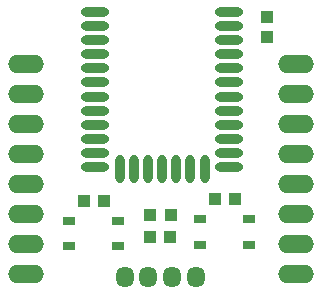
<source format=gtp>
G04 #@! TF.GenerationSoftware,KiCad,Pcbnew,(5.1.0)-1*
G04 #@! TF.CreationDate,2019-05-23T22:12:47+09:00*
G04 #@! TF.ProjectId,ble5,626c6535-2e6b-4696-9361-645f70636258,v1.4*
G04 #@! TF.SameCoordinates,Original*
G04 #@! TF.FileFunction,Paste,Top*
G04 #@! TF.FilePolarity,Positive*
%FSLAX46Y46*%
G04 Gerber Fmt 4.6, Leading zero omitted, Abs format (unit mm)*
G04 Created by KiCad (PCBNEW (5.1.0)-1) date 2019-05-23 22:12:47*
%MOMM*%
%LPD*%
G04 APERTURE LIST*
%ADD10R,1.000000X1.100000*%
%ADD11R,1.100000X1.000000*%
%ADD12R,1.049020X1.079500*%
%ADD13O,3.048000X1.524000*%
%ADD14R,1.050000X0.650000*%
%ADD15O,2.400000X0.800000*%
%ADD16O,0.800000X2.400000*%
%ADD17O,1.524000X1.800000*%
G04 APERTURE END LIST*
D10*
X134700000Y-40450000D03*
X134700000Y-42150000D03*
D11*
X124850000Y-59100000D03*
X126550000Y-59100000D03*
D12*
X126573760Y-57200000D03*
X124826240Y-57200000D03*
D13*
X114300000Y-44450000D03*
X114300000Y-46990000D03*
X114300000Y-49530000D03*
X114300000Y-52070000D03*
X114300000Y-54610000D03*
X114300000Y-57150000D03*
X114300000Y-59690000D03*
X114300000Y-62230000D03*
X137160000Y-44450000D03*
X137160000Y-46990000D03*
X137160000Y-49530000D03*
X137160000Y-52070000D03*
X137160000Y-54610000D03*
X137160000Y-57150000D03*
X137160000Y-59690000D03*
X137160000Y-62230000D03*
D11*
X120900000Y-56000000D03*
X119200000Y-56000000D03*
X130350000Y-55900000D03*
X132050000Y-55900000D03*
D14*
X122100000Y-59850000D03*
X117950000Y-59850000D03*
X122100000Y-57700000D03*
X117950000Y-57700000D03*
X129050000Y-57600000D03*
X133200000Y-57600000D03*
X129050000Y-59750000D03*
X133200000Y-59750000D03*
D15*
X120200000Y-40000000D03*
X120200000Y-41200000D03*
X120200000Y-42400000D03*
X120200000Y-43600000D03*
X120200000Y-44800000D03*
X120200000Y-46000000D03*
X120200000Y-47200000D03*
X120200000Y-48400000D03*
X120200000Y-49600000D03*
X120200000Y-50800000D03*
X120200000Y-52000000D03*
X120200000Y-53200000D03*
D16*
X122250000Y-53300000D03*
X123450000Y-53300000D03*
X124650000Y-53300000D03*
X125850000Y-53300000D03*
X127050000Y-53300000D03*
X128250000Y-53300000D03*
X129450000Y-53300000D03*
D15*
X131500000Y-53200000D03*
X131500000Y-52000000D03*
X131500000Y-50800000D03*
X131500000Y-49600000D03*
X131500000Y-48400000D03*
X131500000Y-47200000D03*
X131500000Y-46000000D03*
X131500000Y-44800000D03*
X131500000Y-43600000D03*
X131500000Y-42400000D03*
X131500000Y-41200000D03*
X131500000Y-40000000D03*
D17*
X128700000Y-62500000D03*
X126700000Y-62500000D03*
X124700000Y-62500000D03*
X122700000Y-62500000D03*
M02*

</source>
